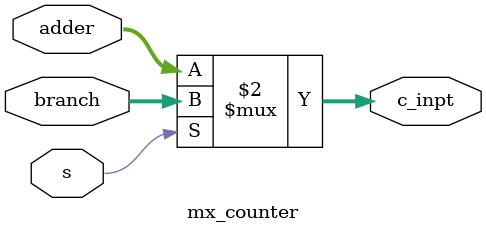
<source format=sv>

module mx_counter(
    input logic [31:0] adder,branch,
    input logic s,  //control  signal ( decider)
    output logic [31:0] c_inpt
);

    assign c_inpt = (~s) ? adder:branch;

endmodule


// s=0 --> next address
// s=1 --> branch instruction

</source>
